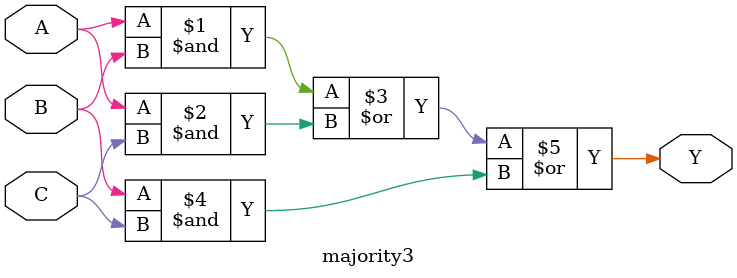
<source format=v>
`timescale 1ns / 1ps


`timescale 1ns / 1ps

module majority3(
    input  A, B, C,
    output Y
);

assign Y = (A & B) | (A & C) | (B & C);

endmodule


</source>
